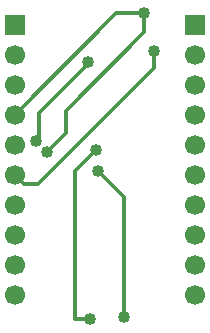
<source format=gbl>
G04 DipTrace 3.0.0.2*
G04 MSP4302311_20.gbl*
%MOIN*%
G04 #@! TF.FileFunction,Copper,L2,Bot*
G04 #@! TF.Part,Single*
G04 #@! TA.AperFunction,Conductor*
%ADD14C,0.012992*%
G04 #@! TA.AperFunction,ComponentPad*
%ADD18R,0.066929X0.066929*%
%ADD19C,0.066929*%
G04 #@! TA.AperFunction,ViaPad*
%ADD21C,0.04*%
%FSLAX26Y26*%
G04*
G70*
G90*
G75*
G01*
G04 Bottom*
%LPD*%
X925249Y1581500D2*
D14*
X831500D1*
X494000Y1244000D1*
X925249Y1581500D2*
Y1519000D1*
X662751Y1256500D1*
Y1181500D1*
X600249Y1119000D1*
X744000Y562751D2*
X694000D1*
Y1056499D1*
X762751Y1125249D1*
X737751Y1419000D2*
Y1412751D1*
X575249Y1250249D1*
Y1168999D1*
X562751Y1156500D1*
X856500Y569000D2*
Y969000D1*
X769000Y1056500D1*
X956500Y1456500D2*
Y1400251D1*
X569000Y1012751D1*
X525249D1*
X494000Y1044000D1*
D21*
X925249Y1581500D3*
X762751Y1125249D3*
X769000Y1056500D3*
X856500Y569000D3*
X744000Y562751D3*
X956500Y1456500D3*
X600249Y1119000D3*
X562751Y1156500D3*
X737751Y1419000D3*
D18*
X494000Y1544000D3*
D19*
Y1444000D3*
Y1344000D3*
Y1244000D3*
Y1144000D3*
Y1044000D3*
Y944000D3*
Y844000D3*
Y744000D3*
Y644000D3*
D18*
X1094000Y1544000D3*
D19*
Y1444000D3*
Y1344000D3*
Y1244000D3*
Y1144000D3*
Y1044000D3*
Y944000D3*
Y844000D3*
Y744000D3*
Y644000D3*
M02*

</source>
